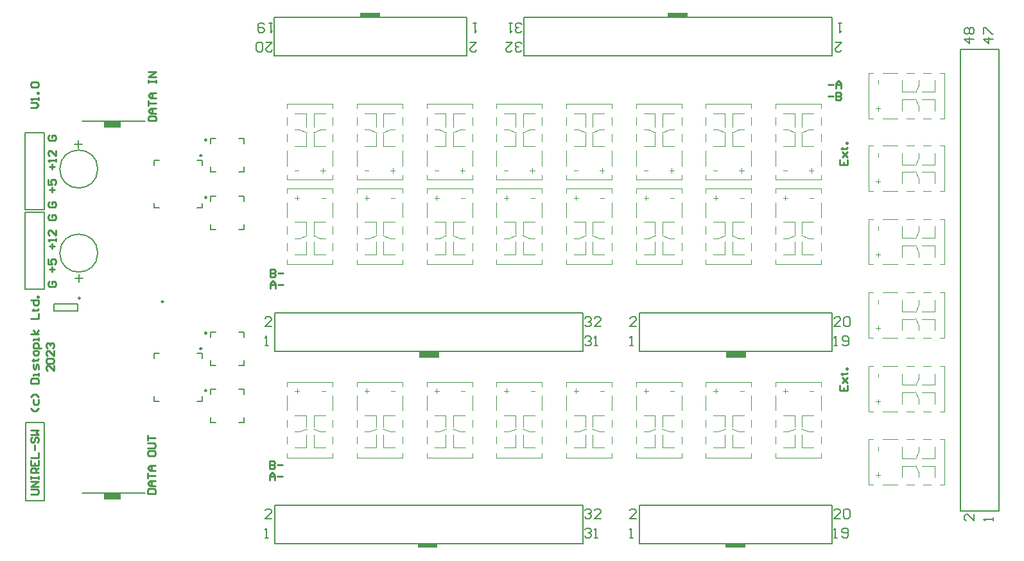
<source format=gto>
G04*
G04 #@! TF.GenerationSoftware,Altium Limited,Altium Designer,20.0.9 (164)*
G04*
G04 Layer_Color=65535*
%FSLAX25Y25*%
%MOIN*%
G70*
G01*
G75*
%ADD10C,0.00984*%
%ADD11C,0.00787*%
%ADD12C,0.00394*%
%ADD13C,0.01000*%
%ADD14C,0.00800*%
G36*
X187402Y276969D02*
X177165D01*
Y278725D01*
X187402D01*
Y276969D01*
D02*
G37*
G36*
X347244Y276575D02*
X337008D01*
Y278725D01*
X347244D01*
Y276575D01*
D02*
G37*
G36*
X52953Y219291D02*
X44291D01*
Y222441D01*
X52953D01*
Y219291D01*
D02*
G37*
G36*
X377559Y99409D02*
X367323D01*
Y102953D01*
X377559D01*
Y99409D01*
D02*
G37*
G36*
X218110D02*
X207874D01*
Y102953D01*
X218110D01*
Y99409D01*
D02*
G37*
G36*
X52953Y25984D02*
X44291D01*
Y29134D01*
X52953D01*
Y25984D01*
D02*
G37*
G36*
X377165Y803D02*
X366929D01*
Y2953D01*
X377165D01*
Y803D01*
D02*
G37*
G36*
X217323D02*
X207087D01*
Y2953D01*
X217323D01*
Y803D01*
D02*
G37*
D10*
X75000Y128740D02*
G03*
X75000Y128740I-492J0D01*
G01*
X97539Y112402D02*
G03*
X97539Y112402I-492J0D01*
G01*
Y212795D02*
G03*
X97539Y212795I-492J0D01*
G01*
X94980Y204724D02*
G03*
X94980Y204724I-492J0D01*
G01*
X97539Y182874D02*
G03*
X97539Y182874I-492J0D01*
G01*
Y82480D02*
G03*
X97539Y82480I-492J0D01*
G01*
X94980Y104331D02*
G03*
X94980Y104331I-492J0D01*
G01*
X31890Y130512D02*
G03*
X31890Y130512I-492J0D01*
G01*
D11*
X40945Y153937D02*
G03*
X40945Y153937I-9843J0D01*
G01*
Y197638D02*
G03*
X40945Y197638I-9843J0D01*
G01*
X3390Y65748D02*
X13233D01*
Y25199D02*
Y65748D01*
X3390Y25199D02*
X13233D01*
X3390D02*
Y65748D01*
X32874Y222441D02*
X65551D01*
X32874Y29134D02*
X65551D01*
X292795Y2874D02*
X292795Y22874D01*
X132795Y22874D02*
X132795Y2874D01*
X132795Y22874D02*
X292795Y22874D01*
X132795Y2874D02*
X292795Y2874D01*
X329665Y2874D02*
X422165D01*
X329665Y22874D02*
X422165D01*
X322165D02*
X329665D01*
X322165Y2874D02*
X322165Y22874D01*
X322165Y2874D02*
X329665Y2874D01*
X422165D02*
X422165Y22874D01*
X488937Y259803D02*
X508937D01*
X488937Y19803D02*
X508937Y19803D01*
X488937Y19803D02*
Y259803D01*
X508937Y19803D02*
X508937Y259803D01*
X132559Y256653D02*
Y276654D01*
X225059Y276654D02*
X232559D01*
X232559Y256653D01*
X225059Y256653D02*
X232559Y256653D01*
X132559D02*
X225059Y256653D01*
X132559Y276654D02*
X225059Y276654D01*
X262087Y276654D02*
X422087Y276654D01*
X262087Y256653D02*
X422087Y256653D01*
X422087Y276654D02*
X422087Y256653D01*
X262087Y256653D02*
X262087Y276654D01*
X99606Y110335D02*
Y112992D01*
X102264D01*
X114272D02*
X116929D01*
Y110335D02*
Y112992D01*
Y95669D02*
Y98327D01*
X114272Y95669D02*
X116929D01*
X99606D02*
Y98327D01*
Y95669D02*
X102264D01*
X99606Y210728D02*
Y213386D01*
X102264D01*
X114272D02*
X116929D01*
Y210728D02*
Y213386D01*
Y196063D02*
Y198721D01*
X114272Y196063D02*
X116929D01*
X99606D02*
Y198721D01*
Y196063D02*
X102264D01*
X70276Y199606D02*
Y202165D01*
X72835Y202165D01*
X70276Y177362D02*
Y179921D01*
Y177362D02*
X72835D01*
X92520D02*
X95079D01*
X95079Y179921D02*
X95079Y177362D01*
X95079Y199606D02*
Y202165D01*
X92520D02*
X95079D01*
X99606Y180807D02*
Y183465D01*
X102264D01*
X114272D02*
X116929D01*
Y180807D02*
Y183465D01*
Y166142D02*
Y168799D01*
X114272Y166142D02*
X116929D01*
X99606D02*
Y168799D01*
Y166142D02*
X102264D01*
X99606Y80413D02*
Y83071D01*
X102264D01*
X114272D02*
X116929D01*
Y80413D02*
Y83071D01*
Y65748D02*
Y68405D01*
X114272Y65748D02*
X116929D01*
X99606D02*
Y68405D01*
Y65748D02*
X102264D01*
X70276Y99213D02*
Y101772D01*
X72835Y101772D01*
X70276Y76968D02*
Y79528D01*
Y76968D02*
X72835D01*
X92520D02*
X95079D01*
X95079Y79528D02*
X95079Y76968D01*
X95079Y99213D02*
Y101772D01*
X92520D02*
X95079D01*
X422323Y102717D02*
Y122716D01*
X322323Y102717D02*
X329823D01*
X322323Y122716D02*
X322323Y102717D01*
X322323Y122716D02*
X329823Y122716D01*
X422323Y122716D01*
X329823Y102717D02*
X422323Y102717D01*
X132795D02*
X292795D01*
X132795Y122716D02*
X292795D01*
X132795Y102717D02*
Y122716D01*
X292795D02*
X292795Y102717D01*
X3268Y176496D02*
X13268D01*
X3268D02*
Y216496D01*
X13268Y176496D02*
Y216496D01*
X3268D02*
X13268D01*
X3268Y135079D02*
X13268D01*
X3268D02*
Y175079D01*
X13268Y135079D02*
Y175079D01*
X3268D02*
X13268D01*
X18110Y127362D02*
X18110Y123819D01*
X30709Y123819D02*
X30709Y127362D01*
X18110Y123819D02*
X30709Y123819D01*
X18110Y127362D02*
X30709Y127362D01*
X31298Y142913D02*
Y138978D01*
X33266Y140945D02*
X29330D01*
X30907Y208661D02*
Y212597D01*
X28939Y210629D02*
X32874D01*
D12*
X441339Y33465D02*
X443701D01*
X448425D02*
X456299D01*
X461024D02*
X464961D01*
X469685D02*
X473622D01*
X478346D02*
X480709D01*
X478346Y57087D02*
X480709D01*
X469685D02*
X473622D01*
X461024D02*
X464961D01*
X448425D02*
X456299D01*
X441339D02*
X443701D01*
X480709Y33465D02*
Y57087D01*
X458661Y47244D02*
Y53150D01*
Y47244D02*
X464961D01*
X467323Y50787D02*
Y53150D01*
X465692Y46874D02*
X467323Y50787D01*
X475591Y47244D02*
Y53150D01*
X468898Y47244D02*
X475591D01*
X468898Y43307D02*
X475591D01*
Y37402D02*
Y43307D01*
X465692Y43677D02*
X467323Y39764D01*
Y37402D02*
Y39764D01*
X458661Y43307D02*
X464961D01*
X458661Y37402D02*
Y43307D01*
X446063Y51181D02*
Y53150D01*
X444882Y38583D02*
X447244D01*
X446063Y37402D02*
Y39764D01*
X441339Y33465D02*
Y57087D01*
Y71654D02*
X443701D01*
X448425D02*
X456299D01*
X461024D02*
X464961D01*
X469685D02*
X473622D01*
X478346D02*
X480709D01*
X478346Y95276D02*
X480709D01*
X469685D02*
X473622D01*
X461024D02*
X464961D01*
X448425D02*
X456299D01*
X441339D02*
X443701D01*
X480709Y71654D02*
Y95276D01*
X458661Y85433D02*
Y91339D01*
Y85433D02*
X464961D01*
X467323Y88976D02*
Y91339D01*
X465692Y85063D02*
X467323Y88976D01*
X475591Y85433D02*
Y91339D01*
X468898Y85433D02*
X475591D01*
X468898Y81496D02*
X475591D01*
Y75591D02*
Y81496D01*
X465692Y81867D02*
X467323Y77953D01*
Y75591D02*
Y77953D01*
X458661Y81496D02*
X464961D01*
X458661Y75591D02*
Y81496D01*
X446063Y89370D02*
Y91339D01*
X444882Y76772D02*
X447244D01*
X446063Y75591D02*
Y77953D01*
X441339Y71654D02*
Y95276D01*
Y109843D02*
X443701D01*
X448425D02*
X456299D01*
X461024D02*
X464961D01*
X469685D02*
X473622D01*
X478346D02*
X480709D01*
X478346Y133465D02*
X480709D01*
X469685D02*
X473622D01*
X461024D02*
X464961D01*
X448425D02*
X456299D01*
X441339D02*
X443701D01*
X480709Y109843D02*
Y133465D01*
X458661Y123622D02*
Y129528D01*
Y123622D02*
X464961D01*
X467323Y127165D02*
Y129528D01*
X465692Y123252D02*
X467323Y127165D01*
X475591Y123622D02*
Y129528D01*
X468898Y123622D02*
X475591D01*
X468898Y119685D02*
X475591D01*
Y113779D02*
Y119685D01*
X465692Y120055D02*
X467323Y116142D01*
Y113779D02*
Y116142D01*
X458661Y119685D02*
X464961D01*
X458661Y113779D02*
Y119685D01*
X446063Y127559D02*
Y129528D01*
X444882Y114961D02*
X447244D01*
X446063Y113779D02*
Y116142D01*
X441339Y109843D02*
Y133465D01*
Y148031D02*
X443701D01*
X448425D02*
X456299D01*
X461024D02*
X464961D01*
X469685D02*
X473622D01*
X478346D02*
X480709D01*
X478346Y171654D02*
X480709D01*
X469685D02*
X473622D01*
X461024D02*
X464961D01*
X448425D02*
X456299D01*
X441339D02*
X443701D01*
X480709Y148031D02*
Y171654D01*
X458661Y161811D02*
Y167717D01*
Y161811D02*
X464961D01*
X467323Y165354D02*
Y167717D01*
X465692Y161441D02*
X467323Y165354D01*
X475591Y161811D02*
Y167717D01*
X468898Y161811D02*
X475591D01*
X468898Y157874D02*
X475591D01*
Y151969D02*
Y157874D01*
X465692Y158244D02*
X467323Y154331D01*
Y151969D02*
Y154331D01*
X458661Y157874D02*
X464961D01*
X458661Y151969D02*
Y157874D01*
X446063Y165748D02*
Y167717D01*
X444882Y153150D02*
X447244D01*
X446063Y151969D02*
Y154331D01*
X441339Y148031D02*
Y171654D01*
Y186221D02*
X443701D01*
X448425D02*
X456299D01*
X461024D02*
X464961D01*
X469685D02*
X473622D01*
X478346D02*
X480709D01*
X478346Y209842D02*
X480709D01*
X469685D02*
X473622D01*
X461024D02*
X464961D01*
X448425D02*
X456299D01*
X441339D02*
X443701D01*
X480709Y186221D02*
Y209842D01*
X458661Y200000D02*
Y205906D01*
Y200000D02*
X464961D01*
X467323Y203543D02*
Y205906D01*
X465692Y199630D02*
X467323Y203543D01*
X475591Y200000D02*
Y205906D01*
X468898Y200000D02*
X475591D01*
X468898Y196063D02*
X475591D01*
Y190157D02*
Y196063D01*
X465692Y196433D02*
X467323Y192520D01*
Y190157D02*
Y192520D01*
X458661Y196063D02*
X464961D01*
X458661Y190157D02*
Y196063D01*
X446063Y203937D02*
Y205906D01*
X444882Y191339D02*
X447244D01*
X446063Y190157D02*
Y192520D01*
X441339Y186221D02*
Y209842D01*
X441339Y224016D02*
X443701D01*
X448425D02*
X456299D01*
X461024D02*
X464961D01*
X469685D02*
X473622D01*
X478346D02*
X480709D01*
X478346Y247638D02*
X480709D01*
X469685D02*
X473622Y247638D01*
X461024Y247638D02*
X464961D01*
X448425D02*
X456299Y247638D01*
X441339Y247638D02*
X443701D01*
X480709Y224016D02*
Y247638D01*
X458661Y237795D02*
Y243701D01*
Y237795D02*
X464961D01*
X467323Y243701D02*
X467323Y241339D01*
X465692Y237425D02*
X467323Y241339D01*
X475591Y237795D02*
Y243701D01*
X468898Y237795D02*
X475591D01*
X468898Y233858D02*
X475591D01*
Y227953D02*
Y233858D01*
X465692Y234229D02*
X467323Y230315D01*
X467323Y227953D01*
X458661Y233858D02*
X464961D01*
X458661Y227953D02*
Y233858D01*
X446063Y241732D02*
Y243701D01*
X444882Y229134D02*
X447244D01*
X446063Y227953D02*
Y230315D01*
X441339Y224016D02*
Y247638D01*
X162992Y192126D02*
Y194488D01*
Y199213D02*
Y207087D01*
X162992Y211811D02*
Y215748D01*
X162992Y220473D02*
Y224410D01*
Y229134D02*
Y231496D01*
X139370D02*
X139370Y229134D01*
X139370Y220473D02*
X139370Y224410D01*
Y211811D02*
Y215748D01*
X139370Y199213D02*
X139370Y207087D01*
X139370Y192126D02*
Y194488D01*
Y231496D02*
X162992D01*
X143307Y209449D02*
X149213D01*
Y215748D01*
X143307Y218110D02*
X145669D01*
X149583Y216480D01*
X143307Y226378D02*
X149213Y226378D01*
X149213Y219685D02*
X149213Y226378D01*
X153150Y219685D02*
Y226378D01*
X159055D01*
X152779Y216480D02*
X156693Y218110D01*
X159055Y218110D01*
X153150Y209449D02*
Y215748D01*
Y209449D02*
X159055D01*
X143307Y196850D02*
X145276D01*
X157874Y195669D02*
X157874Y198031D01*
X156693Y196850D02*
X159055Y196850D01*
X139370Y192126D02*
X162992D01*
X199213Y192126D02*
X199213Y194488D01*
X199213Y199213D02*
X199213Y207087D01*
Y211811D02*
Y215748D01*
Y220473D02*
Y224410D01*
X199213Y229134D02*
X199213Y231496D01*
X175591Y229134D02*
Y231496D01*
X175591Y220473D02*
X175591Y224410D01*
X175591Y211811D02*
Y215748D01*
X175591Y199213D02*
Y207087D01*
Y192126D02*
Y194488D01*
Y231496D02*
X199213Y231496D01*
X179527Y209449D02*
X185433Y209449D01*
Y215748D01*
X179528Y218110D02*
X181890D01*
X185803Y216480D01*
X179528Y226378D02*
X185433D01*
Y219685D02*
Y226378D01*
X189370D02*
X189370Y219685D01*
X189370Y226378D02*
X195276D01*
X189000Y216480D02*
X192913Y218110D01*
X195276Y218110D01*
X189370Y209449D02*
X189370Y215748D01*
X189370Y209449D02*
X195276D01*
X179528Y196850D02*
X181496D01*
X194095Y195669D02*
Y198031D01*
X192913Y196850D02*
X195276Y196850D01*
X175591Y192126D02*
X199213Y192126D01*
X235433Y194488D02*
X235433Y192126D01*
Y199213D02*
Y207087D01*
Y211811D02*
Y215748D01*
Y220473D02*
Y224410D01*
X235433Y229134D02*
Y231496D01*
X211811Y229134D02*
Y231496D01*
Y220473D02*
Y224410D01*
X211811Y211811D02*
Y215748D01*
X211811Y199213D02*
Y207087D01*
Y192126D02*
Y194488D01*
Y231496D02*
X235433Y231496D01*
X215748Y209449D02*
X221654Y209449D01*
X221654Y215748D02*
X221654Y209449D01*
X215748Y218110D02*
X218110Y218110D01*
X222024Y216480D01*
X215748Y226378D02*
X221654D01*
X221654Y219685D02*
X221654Y226378D01*
X225590Y219685D02*
X225591Y226378D01*
X231496D01*
X225220Y216480D02*
X229134Y218110D01*
X231496Y218110D01*
X225590Y215748D02*
X225591Y209449D01*
X231496Y209449D01*
X215748Y196850D02*
X217717D01*
X230315Y198031D02*
X230315Y195669D01*
X229134Y196850D02*
X231496Y196850D01*
X211811Y192126D02*
X235433D01*
X271654D02*
Y194488D01*
Y199213D02*
Y207087D01*
X271654Y211811D02*
Y215748D01*
X271654Y224410D02*
X271654Y220473D01*
X271654Y231496D02*
X271654Y229134D01*
X248031D02*
X248031Y231496D01*
Y220473D02*
Y224410D01*
X248031Y211811D02*
Y215748D01*
X248031Y199213D02*
Y207087D01*
X248031Y194488D02*
X248031Y192126D01*
Y231496D02*
X271654Y231496D01*
X251969Y209449D02*
X257874Y209449D01*
X257874Y215748D02*
X257874Y209449D01*
X251969Y218110D02*
X254331D01*
X258244Y216479D01*
X251969Y226378D02*
X257874Y226378D01*
X257874Y219685D02*
X257874Y226378D01*
X261811Y226378D02*
X261811Y219685D01*
X261811Y226378D02*
X267717D01*
X261441Y216479D02*
X265354Y218110D01*
X267717D01*
X261811Y209449D02*
X261811Y215748D01*
X261811Y209449D02*
X267717D01*
X251969Y196850D02*
X253937Y196850D01*
X266535Y195669D02*
Y198031D01*
X265354Y196850D02*
X267717D01*
X248031Y192126D02*
X271654Y192126D01*
X307874Y192126D02*
Y194488D01*
Y199213D02*
Y207087D01*
X307874Y211811D02*
Y215748D01*
X307874Y224410D02*
X307874Y220473D01*
X307874Y229134D02*
Y231496D01*
X284252Y229134D02*
Y231496D01*
X284252Y220473D02*
X284252Y224410D01*
X284252Y211811D02*
Y215748D01*
Y199213D02*
X284252Y207087D01*
X284252Y192126D02*
X284252Y194488D01*
Y231496D02*
X307874D01*
X288189Y209449D02*
X294094D01*
X294094Y215748D02*
X294094Y209449D01*
X288189Y218110D02*
X290551D01*
X294465Y216480D01*
X288189Y226378D02*
X294094D01*
X294094Y219685D02*
X294094Y226378D01*
X298031D02*
X298031Y219685D01*
X298031Y226378D02*
X303937D01*
X297661Y216480D02*
X301575Y218110D01*
X303937D01*
X298031Y209449D02*
X298031Y215748D01*
X298031Y209449D02*
X303937Y209449D01*
X288189Y196850D02*
X290158D01*
X302756Y195669D02*
Y198031D01*
X301575Y196850D02*
X303937Y196850D01*
X284252Y192126D02*
X307874D01*
X344094D02*
Y194488D01*
Y199213D02*
X344094Y207087D01*
X344094Y211811D02*
Y215748D01*
X344094Y220472D02*
X344094Y224410D01*
X344094Y231496D02*
X344094Y229134D01*
X320472D02*
Y231496D01*
X320472Y220473D02*
X320472Y224410D01*
X320472Y211811D02*
Y215748D01*
X320472Y199213D02*
Y207087D01*
X320472Y194488D02*
X320472Y192126D01*
Y231496D02*
X344094Y231496D01*
X324410Y209449D02*
X330315D01*
Y215748D01*
X324409Y218110D02*
X326772Y218110D01*
X330685Y216480D01*
X324410Y226378D02*
X330315Y226378D01*
X330315Y219685D02*
X330315Y226378D01*
X334252Y219685D02*
Y226378D01*
X340158D01*
X333882Y216479D02*
X337795Y218110D01*
X340158Y218110D01*
X334252Y209449D02*
Y215748D01*
Y209449D02*
X340158D01*
X324409Y196850D02*
X326378Y196850D01*
X338976Y195669D02*
X338976Y198031D01*
X337795Y196850D02*
X340158D01*
X320472Y192126D02*
X344094Y192126D01*
X380315D02*
Y194488D01*
Y199213D02*
Y207087D01*
X380315Y211811D02*
Y215748D01*
X380315Y220473D02*
Y224410D01*
X380315Y229134D02*
X380315Y231496D01*
X356693Y229134D02*
X356693Y231496D01*
X356693Y220473D02*
X356693Y224410D01*
X356693Y211811D02*
Y215748D01*
Y199213D02*
X356693Y207087D01*
X356693Y192126D02*
Y194488D01*
X356693Y231496D02*
X380315D01*
X360630Y209449D02*
X366535D01*
X366535Y215748D01*
X360630Y218110D02*
X362992Y218110D01*
X366906Y216480D01*
X360630Y226378D02*
X366535Y226378D01*
X366535Y219685D01*
X370472Y226378D02*
X370473Y219685D01*
X370472Y226378D02*
X376378Y226378D01*
X370102Y216479D02*
X374016Y218110D01*
X376378D01*
X370472Y209449D02*
X370472Y215748D01*
X370472Y209449D02*
X376378Y209449D01*
X360630Y196850D02*
X362598D01*
X375197Y195669D02*
Y198031D01*
X374016Y196850D02*
X376378D01*
X356693Y192126D02*
X380315Y192126D01*
X416535Y194488D02*
X416535Y192126D01*
Y199213D02*
Y207087D01*
X416535Y215748D02*
X416535Y211811D01*
X416535Y224410D02*
X416536Y220473D01*
X416535Y229134D02*
X416535Y231496D01*
X392913D02*
X392913Y229134D01*
X392913Y220473D02*
Y224410D01*
Y211811D02*
Y215748D01*
X392913Y199213D02*
Y207087D01*
X392913Y194488D02*
X392913Y192126D01*
X392913Y231496D02*
X416535D01*
X396850Y209449D02*
X402756Y209449D01*
Y215748D01*
X396850Y218110D02*
X399213Y218110D01*
X403126Y216479D01*
X396850Y226378D02*
X402756D01*
X402756Y219685D02*
X402756Y226378D01*
X406693D02*
X406693Y219685D01*
X406693Y226378D02*
X412598Y226378D01*
X406322Y216479D02*
X410236Y218110D01*
X412598D01*
X406693Y209449D02*
X406693Y215748D01*
X406693Y209449D02*
X412598Y209449D01*
X396850Y196850D02*
X398819D01*
X411417Y195669D02*
Y198031D01*
X410236Y196850D02*
X412598Y196850D01*
X392913Y192126D02*
X416535Y192126D01*
X392913Y185039D02*
Y187402D01*
Y180315D02*
X392913Y172441D01*
X392913Y163779D02*
Y167717D01*
Y159055D02*
X392913Y155118D01*
Y148031D02*
Y150394D01*
X416535Y148031D02*
Y150394D01*
Y155118D02*
Y159055D01*
Y163779D02*
Y167717D01*
Y172441D02*
Y180315D01*
Y185039D02*
Y187402D01*
X392913Y148031D02*
X416535D01*
X406693Y170079D02*
X412598D01*
X406693Y163779D02*
Y170079D01*
X410236Y161417D02*
X412598Y161417D01*
X406322Y163048D02*
X410236Y161417D01*
X406693Y153150D02*
X412598D01*
X406693D02*
X406693Y159843D01*
X402756D02*
X402756Y153150D01*
X396850D02*
X402756D01*
X399213Y161417D02*
X403126Y163048D01*
X396850Y161417D02*
X399213Y161417D01*
X402756Y163779D02*
X402756Y170079D01*
X396850D02*
X402756D01*
X410630Y182677D02*
X412598D01*
X398031Y181496D02*
Y183858D01*
X396850Y182677D02*
X399213D01*
X392913Y187402D02*
X416535D01*
X356693Y185039D02*
Y187402D01*
Y172441D02*
Y180315D01*
X356693Y163779D02*
Y167717D01*
X356693Y155118D02*
Y159055D01*
Y148031D02*
Y150394D01*
X380315Y148031D02*
Y150394D01*
Y155118D02*
Y159055D01*
Y163779D02*
Y167717D01*
Y172441D02*
Y180315D01*
Y185039D02*
Y187402D01*
X356693Y148031D02*
X380315D01*
X370472Y170079D02*
X376378D01*
X370472Y163779D02*
Y170079D01*
X374016Y161417D02*
X376378Y161417D01*
X370102Y163048D02*
X374016Y161417D01*
X370472Y153150D02*
X376378Y153150D01*
X370472Y153150D02*
X370472Y159843D01*
X366535Y153150D02*
Y159843D01*
X360630Y153150D02*
X366535D01*
X362992Y161417D02*
X366906Y163048D01*
X360630Y161417D02*
X362992D01*
X366535Y163779D02*
Y170079D01*
X360630D02*
X366535D01*
X374410Y182677D02*
X376378D01*
X361811Y181496D02*
Y183858D01*
X360630Y182677D02*
X362992D01*
X356693Y187402D02*
X380315D01*
X320472Y185039D02*
X320473Y187402D01*
X320472Y172441D02*
X320473Y180315D01*
X320472Y163779D02*
Y167717D01*
Y155118D02*
Y159055D01*
X320473Y148031D02*
Y150394D01*
X344094Y148031D02*
X344094Y150394D01*
X344094Y155118D02*
X344094Y159055D01*
Y163779D02*
Y167717D01*
X344094Y172441D02*
Y180315D01*
Y187402D02*
X344094Y185039D01*
X320473Y148031D02*
X344094D01*
X334252Y170079D02*
X340158D01*
X334252Y163779D02*
Y170079D01*
X337795Y161417D02*
X340158Y161417D01*
X333882Y163048D02*
X337795Y161417D01*
X334252Y153150D02*
X340158D01*
X334252D02*
Y159843D01*
X330315Y153150D02*
Y159843D01*
X324410Y153150D02*
X330315D01*
X326772Y161417D02*
X330685Y163048D01*
X324410Y161417D02*
X326772Y161417D01*
X330315Y163779D02*
Y170079D01*
X324410D02*
X330315D01*
X338189Y182677D02*
X340158D01*
X325591Y181496D02*
Y183858D01*
X324410Y182677D02*
X326772D01*
X320473Y187402D02*
X344094D01*
X284252Y185039D02*
Y187402D01*
Y172441D02*
Y180315D01*
X284252Y163779D02*
Y167717D01*
Y159055D02*
X284252Y155118D01*
Y148031D02*
Y150394D01*
X307874D02*
X307874Y148031D01*
X307874Y155118D02*
Y159055D01*
Y167717D02*
X307874Y163779D01*
X307874Y172441D02*
Y180315D01*
Y185039D02*
Y187402D01*
X284252Y148031D02*
X307874Y148031D01*
X298031Y170079D02*
X303937D01*
X298031Y163779D02*
Y170079D01*
X301575Y161417D02*
X303937Y161417D01*
X297661Y163048D02*
X301575Y161417D01*
X298031Y153150D02*
X303937Y153150D01*
X298031Y153150D02*
X298031Y159843D01*
X294094D02*
X294094Y153150D01*
X288189Y153150D02*
X294094Y153150D01*
X290551Y161417D02*
X294465Y163048D01*
X288189Y161417D02*
X290551Y161417D01*
X294094Y163779D02*
X294094Y170079D01*
X288189Y170079D02*
X294094Y170079D01*
X301969Y182677D02*
X303937D01*
X289370Y181496D02*
Y183858D01*
X288189Y182677D02*
X290551D01*
X284252Y187402D02*
X307874D01*
X248031Y185039D02*
Y187402D01*
Y172441D02*
Y180315D01*
X248031Y163779D02*
Y167717D01*
Y155118D02*
Y159055D01*
X248031Y148031D02*
Y150394D01*
X271654Y148031D02*
Y150394D01*
X271654Y155118D02*
Y159055D01*
X271654Y163779D02*
Y167717D01*
Y180315D02*
X271654Y172441D01*
X271654Y185039D02*
Y187402D01*
X248031Y148031D02*
X271654D01*
X261811Y170079D02*
X267717D01*
X261811Y163779D02*
Y170079D01*
X265354Y161417D02*
X267717Y161417D01*
X261441Y163048D02*
X265354Y161417D01*
X261811Y153150D02*
X267717D01*
X261811D02*
X261811Y159843D01*
X257874Y153150D02*
Y159843D01*
X251969Y153150D02*
X257874D01*
X254331Y161417D02*
X258244Y163048D01*
X251969Y161417D02*
X254331D01*
X257874Y163779D02*
Y170079D01*
X251969D02*
X257874D01*
X265748Y182677D02*
X267717D01*
X253150Y181496D02*
Y183858D01*
X251969Y182677D02*
X254331D01*
X248031Y187402D02*
X271654D01*
X211811Y185039D02*
Y187402D01*
X211811Y172441D02*
X211811Y180315D01*
X211811Y163779D02*
Y167717D01*
Y155118D02*
Y159055D01*
X211811Y148031D02*
Y150394D01*
X235433D02*
X235433Y148031D01*
X235433Y155118D02*
Y159055D01*
Y163779D02*
Y167717D01*
Y172441D02*
X235433Y180315D01*
X235433Y185039D02*
X235433Y187402D01*
X211811Y148031D02*
X235433D01*
X225590Y170079D02*
X231496Y170079D01*
X225590Y170079D02*
X225590Y163779D01*
X229134Y161417D02*
X231496D01*
X225220Y163048D02*
X229134Y161417D01*
X225590Y153150D02*
X231496D01*
X225590D02*
Y159843D01*
X221654Y153150D02*
Y159843D01*
X215748Y153150D02*
X221654D01*
X218110Y161417D02*
X222024Y163048D01*
X215748Y161417D02*
X218110D01*
X221654Y163779D02*
Y170079D01*
X215748Y170079D02*
X221654Y170079D01*
X229528Y182677D02*
X231496D01*
X216929Y183858D02*
X216929Y181496D01*
X215748Y182677D02*
X218110Y182677D01*
X211811Y187402D02*
X235433D01*
X175591Y185039D02*
Y187402D01*
Y172441D02*
Y180315D01*
X175591Y163779D02*
Y167717D01*
Y159055D02*
X175591Y155118D01*
X175591Y148031D02*
Y150394D01*
X199213Y148031D02*
Y150394D01*
X199213Y155118D02*
X199213Y159055D01*
Y163779D02*
Y167717D01*
X199213Y172441D02*
X199213Y180315D01*
Y185039D02*
Y187402D01*
X175591Y148031D02*
X199213D01*
X189370Y170079D02*
X195276D01*
X189370Y163779D02*
Y170079D01*
X192913Y161417D02*
X195276D01*
X189000Y163048D02*
X192913Y161417D01*
X189370Y153150D02*
X195276D01*
X189370D02*
X189370Y159843D01*
X185433Y153150D02*
Y159843D01*
X179528Y153150D02*
X185433D01*
X181890Y161417D02*
X185803Y163048D01*
X179528Y161417D02*
X181890D01*
X185433Y163779D02*
X185433Y170079D01*
X179528D02*
X185433D01*
X193307Y182677D02*
X195276D01*
X180709Y181496D02*
Y183858D01*
X179528Y182677D02*
X181890D01*
X175591Y187402D02*
X199213D01*
X139370Y185039D02*
X139370Y187402D01*
X139370Y172441D02*
X139370Y180315D01*
X139370Y163779D02*
Y167717D01*
Y155118D02*
Y159055D01*
X139370Y148031D02*
Y150394D01*
X162992Y148031D02*
X162992Y150394D01*
X162992Y155118D02*
Y159055D01*
Y163779D02*
Y167717D01*
X162992Y180315D02*
X162992Y172441D01*
X162992Y187402D02*
X162992Y185039D01*
X139370Y148031D02*
X162992D01*
X153150Y170079D02*
X159055D01*
X153150Y163779D02*
Y170079D01*
X156693Y161417D02*
X159055D01*
X152779Y163048D02*
X156693Y161417D01*
X153150Y153150D02*
X159055D01*
X153150Y159843D02*
X153150Y153150D01*
X149213D02*
Y159843D01*
X143307Y153150D02*
X149213D01*
X145669Y161417D02*
X149583Y163048D01*
X143307Y161417D02*
X145669D01*
X149213Y163779D02*
Y170079D01*
X143307D02*
X149213D01*
X157087Y182677D02*
X159055D01*
X144488Y181496D02*
Y183858D01*
X143307Y182677D02*
X145669D01*
X139370Y187402D02*
X162992D01*
X392913Y87008D02*
X392913Y84646D01*
X392913Y72047D02*
Y79921D01*
Y67323D02*
X392913Y63386D01*
Y54724D02*
Y58661D01*
X392913Y47638D02*
Y50000D01*
X416535Y47638D02*
X416535Y50000D01*
X416535Y54724D02*
Y58661D01*
Y63386D02*
Y67323D01*
Y72047D02*
Y79921D01*
X416535Y84646D02*
X416535Y87008D01*
X392913Y47638D02*
X416535Y47638D01*
X406693Y69685D02*
X412598Y69685D01*
X406693Y63386D02*
X406693Y69685D01*
X410236Y61024D02*
X412598Y61024D01*
X406322Y62654D02*
X410236Y61024D01*
X406693Y52756D02*
X412598Y52756D01*
X406693Y52756D02*
Y59449D01*
X402756Y52756D02*
Y59449D01*
X396850Y52756D02*
X402756Y52756D01*
X399213Y61024D02*
X403126Y62654D01*
X396850Y61024D02*
X399213D01*
X402756Y63386D02*
Y69685D01*
X396850D02*
X402756D01*
X410630Y82284D02*
X412598D01*
X398031Y83465D02*
X398031Y81102D01*
X396850Y82284D02*
X399213Y82284D01*
X392913Y87008D02*
X416535Y87008D01*
X356693Y84646D02*
Y87008D01*
Y72047D02*
Y79921D01*
X356693Y63386D02*
Y67323D01*
Y58661D02*
X356693Y54724D01*
Y47638D02*
Y50000D01*
X380315Y47638D02*
Y50000D01*
Y54724D02*
Y58661D01*
Y63386D02*
Y67323D01*
X380315Y72047D02*
Y79921D01*
Y87008D02*
X380315Y84646D01*
X356693Y47638D02*
X380315Y47638D01*
X370472Y69685D02*
X376378D01*
X370472Y63386D02*
Y69685D01*
X374016Y61024D02*
X376378D01*
X370102Y62654D02*
X374016Y61024D01*
X370472Y52756D02*
X376378Y52756D01*
X370472Y52756D02*
X370472Y59449D01*
X366535D02*
X366535Y52756D01*
X360630Y52756D02*
X366535Y52756D01*
X362992Y61024D02*
X366906Y62654D01*
X360630Y61024D02*
X362992Y61024D01*
X366535Y63386D02*
Y69685D01*
X360630Y69685D02*
X366535Y69685D01*
X374410Y82284D02*
X376378D01*
X361811Y81102D02*
Y83465D01*
X360630Y82284D02*
X362992D01*
X356693Y87008D02*
X380315Y87008D01*
X320472Y84646D02*
Y87008D01*
X320472Y72047D02*
X320472Y79921D01*
X320472Y63386D02*
X320472Y67323D01*
Y54724D02*
Y58661D01*
X320472Y50000D02*
X320472Y47638D01*
X344094Y50000D02*
X344094Y47638D01*
Y54724D02*
Y58661D01*
Y63386D02*
Y67323D01*
Y72047D02*
Y79921D01*
Y84646D02*
Y87008D01*
X320472Y47638D02*
X344094Y47638D01*
X334252Y69685D02*
X340158Y69685D01*
X334252Y63386D02*
Y69685D01*
X337795Y61024D02*
X340158Y61024D01*
X333882Y62654D02*
X337795Y61024D01*
X334252Y52756D02*
X340158Y52756D01*
X334252Y52756D02*
X334252Y59449D01*
X330315Y52756D02*
Y59449D01*
X324410Y52756D02*
X330315D01*
X326772Y61024D02*
X330685Y62654D01*
X324410Y61024D02*
X326772Y61024D01*
X330315Y63386D02*
Y69685D01*
X324409Y69685D02*
X330315Y69685D01*
X338189Y82284D02*
X340158D01*
X325590Y81102D02*
X325591Y83465D01*
X324410Y82284D02*
X326772D01*
X320472Y87008D02*
X344094D01*
X284252Y84646D02*
Y87008D01*
X284252Y72047D02*
X284252Y79921D01*
X284252Y63386D02*
Y67323D01*
Y54724D02*
Y58661D01*
X284252Y47638D02*
Y50000D01*
X307874Y50000D02*
X307874Y47638D01*
X307874Y54724D02*
X307874Y58661D01*
Y63386D02*
Y67323D01*
X307874Y72047D02*
X307874Y79921D01*
Y84646D02*
Y87008D01*
X284252Y47638D02*
X307874Y47638D01*
X298031Y69685D02*
X303937Y69685D01*
X298031Y63386D02*
Y69685D01*
X301575Y61024D02*
X303937Y61024D01*
X297661Y62654D02*
X301575Y61024D01*
X298031Y52756D02*
X303937Y52756D01*
X298031Y52756D02*
X298031Y59449D01*
X294094Y52756D02*
Y59449D01*
X288189Y52756D02*
X294094Y52756D01*
X290551Y61024D02*
X294465Y62654D01*
X288189Y61024D02*
X290551D01*
X294094Y63386D02*
Y69685D01*
X288189Y69685D02*
X294094Y69685D01*
X301969Y82284D02*
X303937Y82284D01*
X289370Y81102D02*
Y83465D01*
X288189Y82284D02*
X290551Y82284D01*
X284252Y87008D02*
X307874D01*
X248031Y84646D02*
Y87008D01*
Y72047D02*
Y79921D01*
X248031Y63386D02*
Y67323D01*
Y58661D02*
X248031Y54724D01*
Y47638D02*
Y50000D01*
X271654D02*
X271654Y47638D01*
X271654Y58661D02*
X271654Y54724D01*
X271654Y67323D02*
X271654Y63386D01*
Y72047D02*
Y79921D01*
Y84646D02*
Y87008D01*
X248031Y47638D02*
X271654Y47638D01*
X261811Y69685D02*
X267717Y69685D01*
X261811Y63386D02*
Y69685D01*
X265354Y61024D02*
X267717Y61024D01*
X261441Y62654D02*
X265354Y61024D01*
X261811Y52756D02*
X267717Y52756D01*
X261811Y52756D02*
Y59449D01*
X257874D02*
X257874Y52756D01*
X251969Y52756D02*
X257874Y52756D01*
X254331Y61024D02*
X258244Y62654D01*
X251969Y61024D02*
X254331Y61024D01*
X257874Y63386D02*
X257874Y69685D01*
X251969Y69685D02*
X257874Y69685D01*
X265748Y82284D02*
X267717Y82284D01*
X253150Y81102D02*
Y83465D01*
X251969Y82284D02*
X254331D01*
X248031Y87008D02*
X271654Y87008D01*
X211811Y84646D02*
Y87008D01*
X211811Y72047D02*
X211811Y79921D01*
X211811Y63386D02*
Y67323D01*
Y54724D02*
Y58661D01*
X211811Y47638D02*
Y50000D01*
X235433Y47638D02*
X235433Y50000D01*
Y54724D02*
Y58661D01*
Y63386D02*
Y67323D01*
X235433Y79921D02*
X235433Y72047D01*
X235433Y87008D02*
X235433Y84646D01*
X211811Y47638D02*
X235433Y47638D01*
X225590Y69685D02*
X231496Y69685D01*
X225590Y69685D02*
X225591Y63386D01*
X229134Y61024D02*
X231496D01*
X225220Y62654D02*
X229134Y61024D01*
X225590Y52756D02*
X231496Y52756D01*
X225590Y52756D02*
X225591Y59449D01*
X221654D02*
X221654Y52756D01*
X215748D02*
X221654D01*
X218110Y61024D02*
X222024Y62654D01*
X215748Y61024D02*
X218110D01*
X221654Y63386D02*
X221654Y69685D01*
X215748D02*
X221654D01*
X229528Y82284D02*
X231496D01*
X216929Y81102D02*
X216929Y83464D01*
X215748Y82284D02*
X218110D01*
X211811Y87008D02*
X235433D01*
X175591Y84646D02*
Y87008D01*
Y72047D02*
Y79921D01*
X175591Y63386D02*
Y67323D01*
Y58661D02*
X175591Y54724D01*
Y47638D02*
Y50000D01*
X199213Y47638D02*
X199213Y50000D01*
X199213Y54724D02*
X199213Y58661D01*
X199213Y63386D02*
X199213Y67323D01*
X199213Y72047D02*
Y79921D01*
X199213Y84646D02*
X199213Y87008D01*
X175591Y47638D02*
X199213D01*
X189370Y69685D02*
X195276D01*
X189370Y63386D02*
Y69685D01*
X192913Y61024D02*
X195276Y61024D01*
X189000Y62654D02*
X192913Y61024D01*
X189370Y52756D02*
X195276Y52756D01*
X189370Y52756D02*
Y59449D01*
X185433Y52756D02*
Y59449D01*
X179528Y52756D02*
X185433D01*
X181890Y61024D02*
X185803Y62654D01*
X179527Y61024D02*
X181890Y61024D01*
X185433Y63386D02*
Y69685D01*
X179528D02*
X185433D01*
X193307Y82284D02*
X195276D01*
X180709Y81102D02*
Y83465D01*
X179527Y82284D02*
X181890Y82284D01*
X175591Y87008D02*
X199213D01*
X139370Y84646D02*
X139370Y87008D01*
Y72047D02*
Y79921D01*
X139370Y67323D02*
X139370Y63386D01*
X139370Y58661D02*
X139370Y54724D01*
X139370Y50000D02*
X139370Y47638D01*
X162992Y47638D02*
Y50000D01*
Y54724D02*
Y58661D01*
Y63386D02*
Y67323D01*
Y72047D02*
X162992Y79921D01*
X162992Y84646D02*
X162992Y87008D01*
X139370Y47638D02*
X162992Y47638D01*
X153150Y69685D02*
X159055Y69685D01*
X153150Y63386D02*
Y69685D01*
X156693Y61024D02*
X159055Y61024D01*
X152779Y62654D02*
X156693Y61024D01*
X153150Y52756D02*
X159055D01*
X153150D02*
Y59449D01*
X149213D02*
X149213Y52756D01*
X143307Y52756D02*
X149213Y52756D01*
X145669Y61024D02*
X149583Y62654D01*
X143307Y61024D02*
X145669D01*
X149213Y63386D02*
X149213Y69685D01*
X143307Y69685D02*
X149213Y69685D01*
X157087Y82284D02*
X159055D01*
X144488Y81102D02*
Y83465D01*
X143307Y82284D02*
X145669D01*
X139370Y87008D02*
X162992Y87008D01*
D13*
X6247Y229629D02*
X8870D01*
X10182Y230941D01*
X8870Y232252D01*
X6247D01*
X10182Y233564D02*
Y234876D01*
Y234220D01*
X6247D01*
X6903Y233564D01*
X10182Y236844D02*
X9526D01*
Y237500D01*
X10182D01*
Y236844D01*
X6903Y240124D02*
X6247Y240780D01*
Y242092D01*
X6903Y242748D01*
X9526D01*
X10182Y242092D01*
Y240780D01*
X9526Y240124D01*
X6903D01*
X15799Y139057D02*
X15143Y138401D01*
Y137089D01*
X15799Y136433D01*
X18423D01*
X19079Y137089D01*
Y138401D01*
X18423Y139057D01*
X17111D01*
Y137745D01*
Y144305D02*
Y146928D01*
X15799Y145616D02*
X18423D01*
X15143Y150864D02*
Y148240D01*
X17111D01*
X16455Y149552D01*
Y150208D01*
X17111Y150864D01*
X18423D01*
X19079Y150208D01*
Y148896D01*
X18423Y148240D01*
X17111Y156112D02*
Y158736D01*
X15799Y157424D02*
X18423D01*
X19079Y160047D02*
Y161359D01*
Y160704D01*
X15143D01*
X15799Y160047D01*
X19079Y165951D02*
Y163327D01*
X16455Y165951D01*
X15799D01*
X15143Y165295D01*
Y163983D01*
X15799Y163327D01*
Y173823D02*
X15143Y173167D01*
Y171855D01*
X15799Y171199D01*
X18423D01*
X19079Y171855D01*
Y173167D01*
X18423Y173823D01*
X17111D01*
Y172511D01*
X18291Y95356D02*
Y92732D01*
X15667Y95356D01*
X15011D01*
X14356Y94700D01*
Y93388D01*
X15011Y92732D01*
Y96668D02*
X14356Y97324D01*
Y98636D01*
X15011Y99292D01*
X17635D01*
X18291Y98636D01*
Y97324D01*
X17635Y96668D01*
X15011D01*
X18291Y103228D02*
Y100604D01*
X15667Y103228D01*
X15011D01*
X14356Y102572D01*
Y101260D01*
X15011Y100604D01*
Y104540D02*
X14356Y105195D01*
Y106507D01*
X15011Y107163D01*
X15667D01*
X16323Y106507D01*
Y105851D01*
Y106507D01*
X16979Y107163D01*
X17635D01*
X18291Y106507D01*
Y105195D01*
X17635Y104540D01*
X6329Y28561D02*
X9608D01*
X10264Y29217D01*
Y30529D01*
X9608Y31185D01*
X6329D01*
X10264Y32497D02*
X6329D01*
X10264Y35121D01*
X6329D01*
Y36433D02*
Y37745D01*
Y37089D01*
X10264D01*
Y36433D01*
Y37745D01*
Y39713D02*
X6329D01*
Y41680D01*
X6984Y42336D01*
X8296D01*
X8952Y41680D01*
Y39713D01*
Y41024D02*
X10264Y42336D01*
X6329Y46272D02*
Y43648D01*
X10264D01*
Y46272D01*
X8296Y43648D02*
Y44960D01*
X6329Y47584D02*
X10264D01*
Y50208D01*
X8296Y51520D02*
Y54144D01*
X6984Y58079D02*
X6329Y57423D01*
Y56111D01*
X6984Y55455D01*
X7641D01*
X8296Y56111D01*
Y57423D01*
X8952Y58079D01*
X9608D01*
X10264Y57423D01*
Y56111D01*
X9608Y55455D01*
X6329Y59391D02*
X10264D01*
X8952Y60703D01*
X10264Y62015D01*
X6329D01*
X420291Y235645D02*
X422915D01*
X424227Y237613D02*
Y233677D01*
X426195D01*
X426851Y234333D01*
Y234989D01*
X426195Y235645D01*
X424227D01*
X426195D01*
X426851Y236301D01*
Y236957D01*
X426195Y237613D01*
X424227D01*
X130528Y135646D02*
Y138269D01*
X131840Y139581D01*
X133151Y138269D01*
Y135646D01*
Y137613D01*
X130528D01*
X134463D02*
X137087D01*
X15799Y180395D02*
X15143Y179739D01*
Y178428D01*
X15799Y177772D01*
X18423D01*
X19079Y178428D01*
Y179739D01*
X18423Y180395D01*
X17111D01*
Y179084D01*
Y185643D02*
Y188267D01*
X15799Y186955D02*
X18423D01*
X15143Y192203D02*
Y189579D01*
X17111D01*
X16455Y190891D01*
Y191547D01*
X17111Y192203D01*
X18423D01*
X19079Y191547D01*
Y190235D01*
X18423Y189579D01*
X17111Y197450D02*
Y200074D01*
X15799Y198762D02*
X18423D01*
X19079Y201386D02*
Y202698D01*
Y202042D01*
X15143D01*
X15799Y201386D01*
X19079Y207290D02*
Y204666D01*
X16455Y207290D01*
X15799D01*
X15143Y206634D01*
Y205322D01*
X15799Y204666D01*
Y215161D02*
X15143Y214505D01*
Y213193D01*
X15799Y212537D01*
X18423D01*
X19079Y213193D01*
Y214505D01*
X18423Y215161D01*
X17111D01*
Y213849D01*
X426167Y85120D02*
Y82496D01*
X430102D01*
Y85120D01*
X428134Y82496D02*
Y83808D01*
X427479Y86432D02*
X430102Y89056D01*
X428790Y87744D01*
X427479Y89056D01*
X430102Y86432D01*
X426823Y91023D02*
X427479D01*
Y90368D01*
Y91680D01*
Y91023D01*
X429446D01*
X430102Y91680D01*
Y93647D02*
X429446D01*
Y94303D01*
X430102D01*
Y93647D01*
X130365Y35952D02*
Y38576D01*
X131677Y39888D01*
X132989Y38576D01*
Y35952D01*
Y37920D01*
X130365D01*
X134300D02*
X136924D01*
X426167Y202443D02*
Y199819D01*
X430102D01*
Y202443D01*
X428134Y199819D02*
Y201131D01*
X427479Y203755D02*
X430102Y206379D01*
X428790Y205067D01*
X427479Y206379D01*
X430102Y203755D01*
X426823Y208346D02*
X427479D01*
Y207690D01*
Y209002D01*
Y208346D01*
X429446D01*
X430102Y209002D01*
Y210970D02*
X429446D01*
Y211626D01*
X430102D01*
Y210970D01*
X420291Y241551D02*
X422915D01*
X424227Y239583D02*
Y242207D01*
X425539Y243518D01*
X426851Y242207D01*
Y239583D01*
Y241551D01*
X424227D01*
X130365Y45794D02*
Y41858D01*
X132333D01*
X132989Y42514D01*
Y43170D01*
X132333Y43826D01*
X130365D01*
X132333D01*
X132989Y44482D01*
Y45138D01*
X132333Y45794D01*
X130365D01*
X134300Y43826D02*
X136924D01*
X67009Y28981D02*
X70944D01*
Y30949D01*
X70288Y31605D01*
X67664D01*
X67009Y30949D01*
Y28981D01*
X70944Y32917D02*
X68320D01*
X67009Y34229D01*
X68320Y35541D01*
X70944D01*
X68976D01*
Y32917D01*
X67009Y36853D02*
Y39477D01*
Y38165D01*
X70944D01*
Y40789D02*
X68320D01*
X67009Y42101D01*
X68320Y43412D01*
X70944D01*
X68976D01*
Y40789D01*
X67009Y50628D02*
Y49316D01*
X67664Y48660D01*
X70288D01*
X70944Y49316D01*
Y50628D01*
X70288Y51284D01*
X67664D01*
X67009Y50628D01*
Y52596D02*
X70288D01*
X70944Y53252D01*
Y54564D01*
X70288Y55220D01*
X67009D01*
Y56532D02*
Y59155D01*
Y57844D01*
X70944D01*
X10287Y73178D02*
X8975Y71866D01*
X7663D01*
X6351Y73178D01*
X7663Y77770D02*
Y75802D01*
X8319Y75146D01*
X9630D01*
X10287Y75802D01*
Y77770D01*
Y79082D02*
X8975Y80394D01*
X7663D01*
X6351Y79082D01*
Y86297D02*
X10287D01*
Y88265D01*
X9630Y88921D01*
X7007D01*
X6351Y88265D01*
Y86297D01*
X10287Y90233D02*
Y91545D01*
Y90889D01*
X7663D01*
Y90233D01*
X10287Y93513D02*
Y95481D01*
X9630Y96136D01*
X8975Y95481D01*
Y94169D01*
X8319Y93513D01*
X7663Y94169D01*
Y96136D01*
X7007Y98104D02*
X7663D01*
Y97448D01*
Y98760D01*
Y98104D01*
X9630D01*
X10287Y98760D01*
Y101384D02*
Y102696D01*
X9630Y103352D01*
X8319D01*
X7663Y102696D01*
Y101384D01*
X8319Y100728D01*
X9630D01*
X10287Y101384D01*
X11598Y104664D02*
X7663D01*
Y106632D01*
X8319Y107288D01*
X9630D01*
X10287Y106632D01*
Y104664D01*
Y108600D02*
Y109912D01*
Y109256D01*
X7663D01*
Y108600D01*
X10287Y111880D02*
X6351D01*
X8975D02*
X7663Y113847D01*
X8975Y111880D02*
X10287Y113847D01*
X6351Y119751D02*
X10287D01*
Y122375D01*
X7007Y124343D02*
X7663D01*
Y123687D01*
Y124999D01*
Y124343D01*
X9630D01*
X10287Y124999D01*
X6351Y129590D02*
X10287D01*
Y127622D01*
X9630Y126967D01*
X8319D01*
X7663Y127622D01*
Y129590D01*
X10287Y130902D02*
X9630D01*
Y131558D01*
X10287D01*
Y130902D01*
X67325Y222703D02*
X71260D01*
Y224671D01*
X70604Y225327D01*
X67980D01*
X67325Y224671D01*
Y222703D01*
X71260Y226639D02*
X68637D01*
X67325Y227951D01*
X68637Y229263D01*
X71260D01*
X69292D01*
Y226639D01*
X67325Y230575D02*
Y233199D01*
Y231887D01*
X71260D01*
Y234510D02*
X68637D01*
X67325Y235822D01*
X68637Y237134D01*
X71260D01*
X69292D01*
Y234510D01*
X67325Y242382D02*
Y243694D01*
Y243038D01*
X71260D01*
Y242382D01*
Y243694D01*
Y245662D02*
X67325D01*
X71260Y248286D01*
X67325D01*
X130528Y145487D02*
Y141551D01*
X132495D01*
X133151Y142207D01*
Y142863D01*
X132495Y143519D01*
X130528D01*
X132495D01*
X133151Y144175D01*
Y144831D01*
X132495Y145487D01*
X130528D01*
X134463Y143519D02*
X137087D01*
D14*
X293795Y20039D02*
X294628Y20872D01*
X296294D01*
X297128Y20039D01*
Y19206D01*
X296294Y18373D01*
X295461D01*
X296294D01*
X297128Y17540D01*
Y16707D01*
X296294Y15874D01*
X294628D01*
X293795Y16707D01*
X302126Y15874D02*
X298794D01*
X302126Y19206D01*
Y20039D01*
X301293Y20872D01*
X299627D01*
X298794Y20039D01*
X293795Y10039D02*
X294628Y10872D01*
X296294D01*
X297128Y10039D01*
Y9206D01*
X296294Y8373D01*
X295461D01*
X296294D01*
X297128Y7540D01*
Y6707D01*
X296294Y5874D01*
X294628D01*
X293795Y6707D01*
X298794Y5874D02*
X300460D01*
X299627D01*
Y10872D01*
X298794Y10039D01*
X127795Y5874D02*
X129461D01*
X128628D01*
Y10872D01*
X127795Y10039D01*
X131128Y15874D02*
X127795D01*
X131128Y19206D01*
Y20039D01*
X130295Y20872D01*
X128628D01*
X127795Y20039D01*
X320498Y15874D02*
X317165D01*
X320498Y19206D01*
Y20039D01*
X319665Y20872D01*
X317998D01*
X317165Y20039D01*
X317165Y5874D02*
X318831D01*
X317998D01*
Y10872D01*
X317165Y10039D01*
X423165Y5874D02*
X424831D01*
X423998D01*
Y10872D01*
X423165Y10039D01*
X427331Y6707D02*
X428164Y5874D01*
X429830D01*
X430663Y6707D01*
Y10039D01*
X429830Y10872D01*
X428164D01*
X427331Y10039D01*
Y9206D01*
X428164Y8373D01*
X430663D01*
X426498Y15874D02*
X423165D01*
X426498Y19206D01*
Y20039D01*
X425665Y20872D01*
X423998D01*
X423165Y20039D01*
X428164D02*
X428997Y20872D01*
X430663D01*
X431496Y20039D01*
Y16707D01*
X430663Y15874D01*
X428997D01*
X428164Y16707D01*
Y20039D01*
X505937Y265302D02*
X500939D01*
X503438Y262803D01*
Y266135D01*
X500939Y267801D02*
Y271134D01*
X501772D01*
X505104Y267801D01*
X505937D01*
X495937Y265302D02*
X490939D01*
X493438Y262803D01*
Y266135D01*
X491772Y267801D02*
X490939Y268635D01*
Y270301D01*
X491772Y271134D01*
X492605D01*
X493438Y270301D01*
X494271Y271134D01*
X495104D01*
X495937Y270301D01*
Y268635D01*
X495104Y267801D01*
X494271D01*
X493438Y268635D01*
X492605Y267801D01*
X491772D01*
X493438Y268635D02*
Y270301D01*
X505937Y14803D02*
Y16469D01*
Y15636D01*
X500939D01*
X501772Y14803D01*
X495937Y18135D02*
Y14803D01*
X492605Y18135D01*
X491772D01*
X490939Y17302D01*
Y15636D01*
X491772Y14803D01*
X128227Y263653D02*
X131559D01*
X128227Y260321D01*
Y259488D01*
X129060Y258655D01*
X130726D01*
X131559Y259488D01*
X126561D02*
X125728Y258655D01*
X124062D01*
X123228Y259488D01*
Y262821D01*
X124062Y263653D01*
X125728D01*
X126561Y262821D01*
Y259488D01*
X131559Y273654D02*
X129893D01*
X130726D01*
Y268655D01*
X131559Y269488D01*
X127394Y272820D02*
X126561Y273654D01*
X124895D01*
X124062Y272820D01*
Y269488D01*
X124895Y268655D01*
X126561D01*
X127394Y269488D01*
Y270321D01*
X126561Y271154D01*
X124062D01*
X237559Y273654D02*
X235893D01*
X236726D01*
Y268655D01*
X237559Y269488D01*
X234227Y263653D02*
X237559D01*
X234227Y260321D01*
Y259488D01*
X235060Y258655D01*
X236726D01*
X237559Y259488D01*
X423754Y263653D02*
X427087D01*
X423754Y260321D01*
Y259488D01*
X424587Y258655D01*
X426254D01*
X427087Y259488D01*
Y273654D02*
X425421D01*
X426254D01*
Y268655D01*
X427087Y269488D01*
X261087D02*
X260254Y268655D01*
X258587D01*
X257754Y269488D01*
Y270321D01*
X258587Y271154D01*
X259420D01*
X258587D01*
X257754Y271987D01*
Y272820D01*
X258587Y273654D01*
X260254D01*
X261087Y272820D01*
X256088Y273654D02*
X254422D01*
X255255D01*
Y268655D01*
X256088Y269488D01*
X261087Y259488D02*
X260254Y258655D01*
X258587D01*
X257754Y259488D01*
Y260321D01*
X258587Y261154D01*
X259420D01*
X258587D01*
X257754Y261987D01*
Y262821D01*
X258587Y263653D01*
X260254D01*
X261087Y262821D01*
X252756Y263653D02*
X256088D01*
X252756Y260321D01*
Y259488D01*
X253589Y258655D01*
X255255D01*
X256088Y259488D01*
X426655Y115717D02*
X423323D01*
X426655Y119049D01*
Y119882D01*
X425822Y120715D01*
X424156D01*
X423323Y119882D01*
X428321D02*
X429154Y120715D01*
X430820D01*
X431653Y119882D01*
Y116550D01*
X430820Y115717D01*
X429154D01*
X428321Y116550D01*
Y119882D01*
X423323Y105717D02*
X424989D01*
X424156D01*
Y110715D01*
X423323Y109882D01*
X427488Y106550D02*
X428321Y105717D01*
X429987D01*
X430820Y106550D01*
Y109882D01*
X429987Y110715D01*
X428321D01*
X427488Y109882D01*
Y109049D01*
X428321Y108216D01*
X430820D01*
X317323Y105717D02*
X318989D01*
X318156D01*
Y110715D01*
X317323Y109882D01*
X320655Y115717D02*
X317323D01*
X320655Y119049D01*
Y119882D01*
X319822Y120715D01*
X318156D01*
X317323Y119882D01*
X131128Y115717D02*
X127795D01*
X131128Y119049D01*
Y119882D01*
X130295Y120715D01*
X128628D01*
X127795Y119882D01*
X127795Y105717D02*
X129461D01*
X128628D01*
Y110715D01*
X127795Y109882D01*
X293795Y109882D02*
X294628Y110715D01*
X296294D01*
X297128Y109882D01*
Y109049D01*
X296294Y108216D01*
X295461D01*
X296294D01*
X297128Y107383D01*
Y106550D01*
X296294Y105717D01*
X294628D01*
X293795Y106550D01*
X298794Y105717D02*
X300460D01*
X299627D01*
Y110715D01*
X298794Y109882D01*
X293795Y119882D02*
X294628Y120715D01*
X296294D01*
X297128Y119882D01*
Y119049D01*
X296294Y118216D01*
X295461D01*
X296294D01*
X297128Y117383D01*
Y116550D01*
X296294Y115717D01*
X294628D01*
X293795Y116550D01*
X302126Y115717D02*
X298794D01*
X302126Y119049D01*
Y119882D01*
X301293Y120715D01*
X299627D01*
X298794Y119882D01*
M02*

</source>
